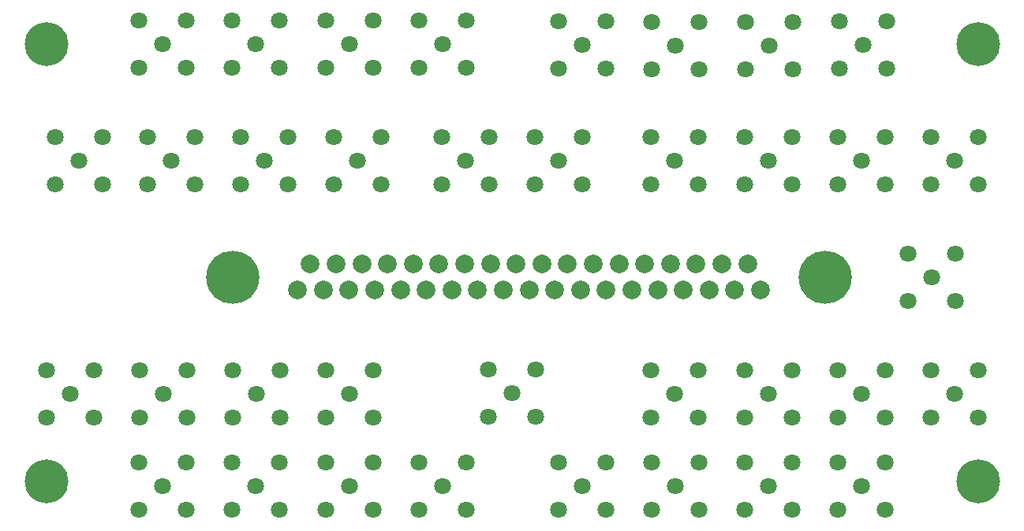
<source format=gbs>
G04*
G04 #@! TF.GenerationSoftware,Altium Limited,Altium Designer,19.1.5 (86)*
G04*
G04 Layer_Color=16711935*
%FSLAX44Y44*%
%MOMM*%
G71*
G01*
G75*
%ADD12C,1.8032*%
%ADD13C,4.7032*%
%ADD14C,2.0032*%
%ADD15C,5.7032*%
D12*
X1476200Y999600D02*
D03*
X1450800Y1025000D02*
D03*
Y974200D02*
D03*
X1501600D02*
D03*
Y1025000D02*
D03*
X1475000Y525000D02*
D03*
X1449600Y550400D02*
D03*
Y499600D02*
D03*
X1500400D02*
D03*
Y550400D02*
D03*
X1375000Y525000D02*
D03*
X1349600Y550400D02*
D03*
Y499600D02*
D03*
X1400400D02*
D03*
Y550400D02*
D03*
X1275000Y525000D02*
D03*
X1249600Y550400D02*
D03*
Y499600D02*
D03*
X1300400D02*
D03*
Y550400D02*
D03*
X1175000Y525000D02*
D03*
X1149600Y550400D02*
D03*
Y499600D02*
D03*
X1200400D02*
D03*
Y550400D02*
D03*
X1025000Y525000D02*
D03*
X999600Y550400D02*
D03*
Y499600D02*
D03*
X1050400D02*
D03*
Y550400D02*
D03*
X925000Y525000D02*
D03*
X899600Y550400D02*
D03*
Y499600D02*
D03*
X950400D02*
D03*
Y550400D02*
D03*
X825000Y525000D02*
D03*
X799600Y550400D02*
D03*
Y499600D02*
D03*
X850400D02*
D03*
Y550400D02*
D03*
X725000Y525000D02*
D03*
X699600Y550400D02*
D03*
Y499600D02*
D03*
X750400D02*
D03*
Y550400D02*
D03*
X1025000Y1000000D02*
D03*
X999600Y1025400D02*
D03*
Y974600D02*
D03*
X1050400D02*
D03*
Y1025400D02*
D03*
X925000Y1000000D02*
D03*
X899600Y1025400D02*
D03*
Y974600D02*
D03*
X950400D02*
D03*
Y1025400D02*
D03*
X950800Y650000D02*
D03*
Y599200D02*
D03*
X900000D02*
D03*
Y650000D02*
D03*
X925400Y624600D02*
D03*
X850800Y650000D02*
D03*
Y599200D02*
D03*
X800000D02*
D03*
Y650000D02*
D03*
X825400Y624600D02*
D03*
X750800Y650000D02*
D03*
Y599200D02*
D03*
X700000D02*
D03*
Y650000D02*
D03*
X725400Y624600D02*
D03*
X650800Y650000D02*
D03*
Y599200D02*
D03*
X600000D02*
D03*
Y650000D02*
D03*
X625400Y624600D02*
D03*
X959600Y900400D02*
D03*
Y849600D02*
D03*
X908800D02*
D03*
Y900400D02*
D03*
X934200Y875000D02*
D03*
X859600Y900400D02*
D03*
Y849600D02*
D03*
X808800D02*
D03*
Y900400D02*
D03*
X834200Y875000D02*
D03*
X759600Y900400D02*
D03*
Y849600D02*
D03*
X708800D02*
D03*
Y900400D02*
D03*
X734200Y875000D02*
D03*
X660400Y900400D02*
D03*
Y849600D02*
D03*
X609600D02*
D03*
Y900400D02*
D03*
X635000Y875000D02*
D03*
X850401Y1025400D02*
D03*
Y974600D02*
D03*
X799601D02*
D03*
Y1025400D02*
D03*
X825001Y1000000D02*
D03*
X750400Y1025400D02*
D03*
Y974600D02*
D03*
X699600D02*
D03*
Y1025400D02*
D03*
X725000Y1000000D02*
D03*
X1600000Y650000D02*
D03*
Y599200D02*
D03*
X1549200D02*
D03*
Y650000D02*
D03*
X1574600Y624600D02*
D03*
X1500000Y650000D02*
D03*
Y599200D02*
D03*
X1449200D02*
D03*
Y650000D02*
D03*
X1474599Y624600D02*
D03*
X1400000Y650000D02*
D03*
Y599200D02*
D03*
X1349200D02*
D03*
Y650000D02*
D03*
X1374600Y624600D02*
D03*
X1299999Y650000D02*
D03*
Y599200D02*
D03*
X1249199D02*
D03*
Y650000D02*
D03*
X1274599Y624600D02*
D03*
X1401600Y1024200D02*
D03*
Y973400D02*
D03*
X1350800D02*
D03*
Y1024200D02*
D03*
X1376200Y998800D02*
D03*
X1300800Y1024200D02*
D03*
Y973400D02*
D03*
X1250000D02*
D03*
Y1024200D02*
D03*
X1275400Y998800D02*
D03*
X1200800Y1025000D02*
D03*
Y974200D02*
D03*
X1150000D02*
D03*
Y1025000D02*
D03*
X1175400Y999600D02*
D03*
X1600000Y900000D02*
D03*
Y849200D02*
D03*
X1549200D02*
D03*
Y900000D02*
D03*
X1574600Y874600D02*
D03*
X1500000Y900000D02*
D03*
Y849200D02*
D03*
X1449200D02*
D03*
Y900000D02*
D03*
X1474599Y874600D02*
D03*
X1400000Y900000D02*
D03*
Y849200D02*
D03*
X1349200D02*
D03*
Y900000D02*
D03*
X1374600Y874600D02*
D03*
X1299999Y900000D02*
D03*
Y849200D02*
D03*
X1249199D02*
D03*
Y900000D02*
D03*
X1274599Y874600D02*
D03*
X1575400Y775400D02*
D03*
Y724600D02*
D03*
X1524600D02*
D03*
Y775400D02*
D03*
X1550000Y750000D02*
D03*
X1125400Y650400D02*
D03*
Y599600D02*
D03*
X1074600D02*
D03*
Y650400D02*
D03*
X1100000Y625000D02*
D03*
X1075400Y900400D02*
D03*
Y849600D02*
D03*
X1024600D02*
D03*
Y900400D02*
D03*
X1050000Y875000D02*
D03*
X1175400Y900400D02*
D03*
Y849600D02*
D03*
X1124600D02*
D03*
Y900400D02*
D03*
X1150000Y875000D02*
D03*
D13*
X600000Y530000D02*
D03*
Y1000000D02*
D03*
X1600000Y530000D02*
D03*
Y1000000D02*
D03*
D14*
X1269866Y764224D02*
D03*
X1242264D02*
D03*
X1214661D02*
D03*
X1187059D02*
D03*
X1159457D02*
D03*
X1131855D02*
D03*
X1104253D02*
D03*
X1076651D02*
D03*
X1049048D02*
D03*
X1021446D02*
D03*
X993844D02*
D03*
X966242D02*
D03*
X1283625Y735776D02*
D03*
X1256023D02*
D03*
X1228421D02*
D03*
X1200818D02*
D03*
X1173216D02*
D03*
X1145614D02*
D03*
X1118012D02*
D03*
X1090410D02*
D03*
X1062808D02*
D03*
X1035205D02*
D03*
X1007603D02*
D03*
X980001D02*
D03*
X952399D02*
D03*
X1311227D02*
D03*
X1338829D02*
D03*
X1366432D02*
D03*
X1297468Y764224D02*
D03*
X1325070D02*
D03*
X1352672D02*
D03*
X869592Y735776D02*
D03*
X897195D02*
D03*
X924797D02*
D03*
X883435Y764224D02*
D03*
X911038D02*
D03*
X938640D02*
D03*
D15*
X800000Y750000D02*
D03*
X1436013D02*
D03*
M02*

</source>
